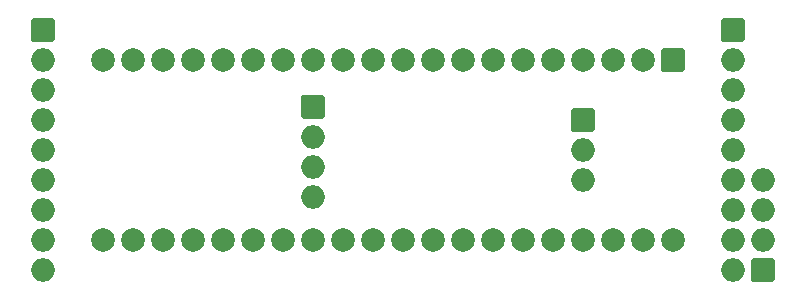
<source format=gbr>
%TF.GenerationSoftware,KiCad,Pcbnew,(5.1.9)-1*%
%TF.CreationDate,2021-05-08T11:34:12+01:00*%
%TF.ProjectId,FF OSD Adapter - Rev 2,4646204f-5344-4204-9164-617074657220,rev?*%
%TF.SameCoordinates,Original*%
%TF.FileFunction,Soldermask,Top*%
%TF.FilePolarity,Negative*%
%FSLAX46Y46*%
G04 Gerber Fmt 4.6, Leading zero omitted, Abs format (unit mm)*
G04 Created by KiCad (PCBNEW (5.1.9)-1) date 2021-05-08 11:34:12*
%MOMM*%
%LPD*%
G01*
G04 APERTURE LIST*
%ADD10O,2.000000X2.000000*%
%ADD11C,2.000000*%
G04 APERTURE END LIST*
D10*
%TO.C,CN1*%
X116840000Y-111760000D03*
X116840000Y-109220000D03*
X116840000Y-106680000D03*
X116840000Y-104140000D03*
X116840000Y-101600000D03*
X116840000Y-99060000D03*
X116840000Y-96520000D03*
X116840000Y-93980000D03*
G36*
G01*
X115840000Y-92290000D02*
X115840000Y-90590000D01*
G75*
G02*
X115990000Y-90440000I150000J0D01*
G01*
X117690000Y-90440000D01*
G75*
G02*
X117840000Y-90590000I0J-150000D01*
G01*
X117840000Y-92290000D01*
G75*
G02*
X117690000Y-92440000I-150000J0D01*
G01*
X115990000Y-92440000D01*
G75*
G02*
X115840000Y-92290000I0J150000D01*
G01*
G37*
%TD*%
%TO.C,CN4*%
X177800000Y-104140000D03*
X177800000Y-106680000D03*
X177800000Y-109220000D03*
G36*
G01*
X178800000Y-110910000D02*
X178800000Y-112610000D01*
G75*
G02*
X178650000Y-112760000I-150000J0D01*
G01*
X176950000Y-112760000D01*
G75*
G02*
X176800000Y-112610000I0J150000D01*
G01*
X176800000Y-110910000D01*
G75*
G02*
X176950000Y-110760000I150000J0D01*
G01*
X178650000Y-110760000D01*
G75*
G02*
X178800000Y-110910000I0J-150000D01*
G01*
G37*
%TD*%
%TO.C,CN2*%
X175260000Y-111760000D03*
X175260000Y-109220000D03*
X175260000Y-106680000D03*
X175260000Y-104140000D03*
X175260000Y-101600000D03*
X175260000Y-99060000D03*
X175260000Y-96520000D03*
X175260000Y-93980000D03*
G36*
G01*
X174260000Y-92290000D02*
X174260000Y-90590000D01*
G75*
G02*
X174410000Y-90440000I150000J0D01*
G01*
X176110000Y-90440000D01*
G75*
G02*
X176260000Y-90590000I0J-150000D01*
G01*
X176260000Y-92290000D01*
G75*
G02*
X176110000Y-92440000I-150000J0D01*
G01*
X174410000Y-92440000D01*
G75*
G02*
X174260000Y-92290000I0J150000D01*
G01*
G37*
%TD*%
%TO.C,CN3*%
X139700000Y-105537000D03*
X139700000Y-102997000D03*
X139700000Y-100457000D03*
G36*
G01*
X140700000Y-97067000D02*
X140700000Y-98767000D01*
G75*
G02*
X140550000Y-98917000I-150000J0D01*
G01*
X138850000Y-98917000D01*
G75*
G02*
X138700000Y-98767000I0J150000D01*
G01*
X138700000Y-97067000D01*
G75*
G02*
X138850000Y-96917000I150000J0D01*
G01*
X140550000Y-96917000D01*
G75*
G02*
X140700000Y-97067000I0J-150000D01*
G01*
G37*
%TD*%
%TO.C,JP2*%
X162560000Y-104140000D03*
X162560000Y-101600000D03*
G36*
G01*
X163560000Y-98210000D02*
X163560000Y-99910000D01*
G75*
G02*
X163410000Y-100060000I-150000J0D01*
G01*
X161710000Y-100060000D01*
G75*
G02*
X161560000Y-99910000I0J150000D01*
G01*
X161560000Y-98210000D01*
G75*
G02*
X161710000Y-98060000I150000J0D01*
G01*
X163410000Y-98060000D01*
G75*
G02*
X163560000Y-98210000I0J-150000D01*
G01*
G37*
%TD*%
D11*
%TO.C,U1*%
X170180000Y-109220000D03*
G36*
G01*
X169330000Y-92980000D02*
X171030000Y-92980000D01*
G75*
G02*
X171180000Y-93130000I0J-150000D01*
G01*
X171180000Y-94830000D01*
G75*
G02*
X171030000Y-94980000I-150000J0D01*
G01*
X169330000Y-94980000D01*
G75*
G02*
X169180000Y-94830000I0J150000D01*
G01*
X169180000Y-93130000D01*
G75*
G02*
X169330000Y-92980000I150000J0D01*
G01*
G37*
X167640000Y-109220000D03*
X167640000Y-93980000D03*
X165100000Y-109220000D03*
X165100000Y-93980000D03*
X162560000Y-109220000D03*
X162560000Y-93980000D03*
X160020000Y-109220000D03*
X160020000Y-93980000D03*
X157480000Y-109220000D03*
X157480000Y-93980000D03*
X154940000Y-109220000D03*
X154940000Y-93980000D03*
X152400000Y-109220000D03*
X152400000Y-93980000D03*
X149860000Y-109220000D03*
X149860000Y-93980000D03*
X147320000Y-109220000D03*
X147320000Y-93980000D03*
X144780000Y-109220000D03*
X144780000Y-93980000D03*
X142240000Y-109220000D03*
X142240000Y-93980000D03*
X139700000Y-109220000D03*
X139700000Y-93980000D03*
X137160000Y-109220000D03*
X137160000Y-93980000D03*
X134620000Y-109220000D03*
X134620000Y-93980000D03*
X132080000Y-109220000D03*
X132080000Y-93980000D03*
X129540000Y-109220000D03*
X129540000Y-93980000D03*
X127000000Y-109220000D03*
X127000000Y-93980000D03*
X124460000Y-109220000D03*
X124460000Y-93980000D03*
X121920000Y-109220000D03*
X121920000Y-93980000D03*
%TD*%
M02*

</source>
